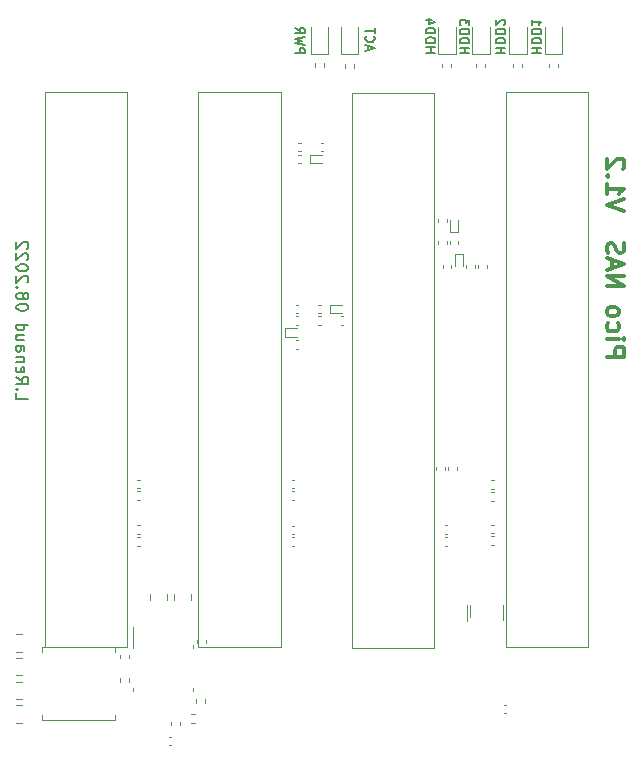
<source format=gbr>
%TF.GenerationSoftware,KiCad,Pcbnew,(6.0.4)*%
%TF.CreationDate,2022-08-11T23:06:16+02:00*%
%TF.ProjectId,MainBoard,4d61696e-426f-4617-9264-2e6b69636164,rev?*%
%TF.SameCoordinates,PXa344e00PY7102aa0*%
%TF.FileFunction,Legend,Bot*%
%TF.FilePolarity,Positive*%
%FSLAX46Y46*%
G04 Gerber Fmt 4.6, Leading zero omitted, Abs format (unit mm)*
G04 Created by KiCad (PCBNEW (6.0.4)) date 2022-08-11 23:06:16*
%MOMM*%
%LPD*%
G01*
G04 APERTURE LIST*
%ADD10C,0.150000*%
%ADD11C,0.300000*%
%ADD12C,0.120000*%
G04 APERTURE END LIST*
D10*
X1847619Y37757143D02*
X1847619Y37280953D01*
X2847619Y37280953D01*
X1942857Y38090477D02*
X1895238Y38138096D01*
X1847619Y38090477D01*
X1895238Y38042858D01*
X1942857Y38090477D01*
X1847619Y38090477D01*
X1847619Y39138096D02*
X2323809Y38804762D01*
X1847619Y38566667D02*
X2847619Y38566667D01*
X2847619Y38947620D01*
X2800000Y39042858D01*
X2752380Y39090477D01*
X2657142Y39138096D01*
X2514285Y39138096D01*
X2419047Y39090477D01*
X2371428Y39042858D01*
X2323809Y38947620D01*
X2323809Y38566667D01*
X1895238Y39947620D02*
X1847619Y39852381D01*
X1847619Y39661905D01*
X1895238Y39566667D01*
X1990476Y39519048D01*
X2371428Y39519048D01*
X2466666Y39566667D01*
X2514285Y39661905D01*
X2514285Y39852381D01*
X2466666Y39947620D01*
X2371428Y39995239D01*
X2276190Y39995239D01*
X2180952Y39519048D01*
X2514285Y40423810D02*
X1847619Y40423810D01*
X2419047Y40423810D02*
X2466666Y40471429D01*
X2514285Y40566667D01*
X2514285Y40709524D01*
X2466666Y40804762D01*
X2371428Y40852381D01*
X1847619Y40852381D01*
X1847619Y41757143D02*
X2371428Y41757143D01*
X2466666Y41709524D01*
X2514285Y41614286D01*
X2514285Y41423810D01*
X2466666Y41328572D01*
X1895238Y41757143D02*
X1847619Y41661905D01*
X1847619Y41423810D01*
X1895238Y41328572D01*
X1990476Y41280953D01*
X2085714Y41280953D01*
X2180952Y41328572D01*
X2228571Y41423810D01*
X2228571Y41661905D01*
X2276190Y41757143D01*
X2514285Y42661905D02*
X1847619Y42661905D01*
X2514285Y42233334D02*
X1990476Y42233334D01*
X1895238Y42280953D01*
X1847619Y42376191D01*
X1847619Y42519048D01*
X1895238Y42614286D01*
X1942857Y42661905D01*
X1847619Y43566667D02*
X2847619Y43566667D01*
X1895238Y43566667D02*
X1847619Y43471429D01*
X1847619Y43280953D01*
X1895238Y43185715D01*
X1942857Y43138096D01*
X2038095Y43090477D01*
X2323809Y43090477D01*
X2419047Y43138096D01*
X2466666Y43185715D01*
X2514285Y43280953D01*
X2514285Y43471429D01*
X2466666Y43566667D01*
X2847619Y44995239D02*
X2847619Y45090477D01*
X2800000Y45185715D01*
X2752380Y45233334D01*
X2657142Y45280953D01*
X2466666Y45328572D01*
X2228571Y45328572D01*
X2038095Y45280953D01*
X1942857Y45233334D01*
X1895238Y45185715D01*
X1847619Y45090477D01*
X1847619Y44995239D01*
X1895238Y44900000D01*
X1942857Y44852381D01*
X2038095Y44804762D01*
X2228571Y44757143D01*
X2466666Y44757143D01*
X2657142Y44804762D01*
X2752380Y44852381D01*
X2800000Y44900000D01*
X2847619Y44995239D01*
X2419047Y45900000D02*
X2466666Y45804762D01*
X2514285Y45757143D01*
X2609523Y45709524D01*
X2657142Y45709524D01*
X2752380Y45757143D01*
X2800000Y45804762D01*
X2847619Y45900000D01*
X2847619Y46090477D01*
X2800000Y46185715D01*
X2752380Y46233334D01*
X2657142Y46280953D01*
X2609523Y46280953D01*
X2514285Y46233334D01*
X2466666Y46185715D01*
X2419047Y46090477D01*
X2419047Y45900000D01*
X2371428Y45804762D01*
X2323809Y45757143D01*
X2228571Y45709524D01*
X2038095Y45709524D01*
X1942857Y45757143D01*
X1895238Y45804762D01*
X1847619Y45900000D01*
X1847619Y46090477D01*
X1895238Y46185715D01*
X1942857Y46233334D01*
X2038095Y46280953D01*
X2228571Y46280953D01*
X2323809Y46233334D01*
X2371428Y46185715D01*
X2419047Y46090477D01*
X1942857Y46709524D02*
X1895238Y46757143D01*
X1847619Y46709524D01*
X1895238Y46661905D01*
X1942857Y46709524D01*
X1847619Y46709524D01*
X2752380Y47138096D02*
X2800000Y47185715D01*
X2847619Y47280953D01*
X2847619Y47519048D01*
X2800000Y47614286D01*
X2752380Y47661905D01*
X2657142Y47709524D01*
X2561904Y47709524D01*
X2419047Y47661905D01*
X1847619Y47090477D01*
X1847619Y47709524D01*
X2847619Y48328572D02*
X2847619Y48423810D01*
X2800000Y48519048D01*
X2752380Y48566667D01*
X2657142Y48614286D01*
X2466666Y48661905D01*
X2228571Y48661905D01*
X2038095Y48614286D01*
X1942857Y48566667D01*
X1895238Y48519048D01*
X1847619Y48423810D01*
X1847619Y48328572D01*
X1895238Y48233334D01*
X1942857Y48185715D01*
X2038095Y48138096D01*
X2228571Y48090477D01*
X2466666Y48090477D01*
X2657142Y48138096D01*
X2752380Y48185715D01*
X2800000Y48233334D01*
X2847619Y48328572D01*
X2752380Y49042858D02*
X2800000Y49090477D01*
X2847619Y49185715D01*
X2847619Y49423810D01*
X2800000Y49519048D01*
X2752380Y49566667D01*
X2657142Y49614286D01*
X2561904Y49614286D01*
X2419047Y49566667D01*
X1847619Y48995239D01*
X1847619Y49614286D01*
X2752380Y49995239D02*
X2800000Y50042858D01*
X2847619Y50138096D01*
X2847619Y50376191D01*
X2800000Y50471429D01*
X2752380Y50519048D01*
X2657142Y50566667D01*
X2561904Y50566667D01*
X2419047Y50519048D01*
X1847619Y49947620D01*
X1847619Y50566667D01*
X25438095Y66533334D02*
X26238095Y66533334D01*
X26238095Y66838096D01*
X26200000Y66914286D01*
X26161904Y66952381D01*
X26085714Y66990477D01*
X25971428Y66990477D01*
X25895238Y66952381D01*
X25857142Y66914286D01*
X25819047Y66838096D01*
X25819047Y66533334D01*
X26238095Y67257143D02*
X25438095Y67447620D01*
X26009523Y67600000D01*
X25438095Y67752381D01*
X26238095Y67942858D01*
X25438095Y68704762D02*
X25819047Y68438096D01*
X25438095Y68247620D02*
X26238095Y68247620D01*
X26238095Y68552381D01*
X26200000Y68628572D01*
X26161904Y68666667D01*
X26085714Y68704762D01*
X25971428Y68704762D01*
X25895238Y68666667D01*
X25857142Y68628572D01*
X25819047Y68552381D01*
X25819047Y68247620D01*
X36488095Y66590477D02*
X37288095Y66590477D01*
X36907142Y66590477D02*
X36907142Y67047620D01*
X36488095Y67047620D02*
X37288095Y67047620D01*
X36488095Y67428572D02*
X37288095Y67428572D01*
X37288095Y67619048D01*
X37250000Y67733334D01*
X37173809Y67809524D01*
X37097619Y67847620D01*
X36945238Y67885715D01*
X36830952Y67885715D01*
X36678571Y67847620D01*
X36602380Y67809524D01*
X36526190Y67733334D01*
X36488095Y67619048D01*
X36488095Y67428572D01*
X36488095Y68228572D02*
X37288095Y68228572D01*
X37288095Y68419048D01*
X37250000Y68533334D01*
X37173809Y68609524D01*
X37097619Y68647620D01*
X36945238Y68685715D01*
X36830952Y68685715D01*
X36678571Y68647620D01*
X36602380Y68609524D01*
X36526190Y68533334D01*
X36488095Y68419048D01*
X36488095Y68228572D01*
X37021428Y69371429D02*
X36488095Y69371429D01*
X37326190Y69180953D02*
X36754761Y68990477D01*
X36754761Y69485715D01*
X45488095Y66540477D02*
X46288095Y66540477D01*
X45907142Y66540477D02*
X45907142Y66997620D01*
X45488095Y66997620D02*
X46288095Y66997620D01*
X45488095Y67378572D02*
X46288095Y67378572D01*
X46288095Y67569048D01*
X46250000Y67683334D01*
X46173809Y67759524D01*
X46097619Y67797620D01*
X45945238Y67835715D01*
X45830952Y67835715D01*
X45678571Y67797620D01*
X45602380Y67759524D01*
X45526190Y67683334D01*
X45488095Y67569048D01*
X45488095Y67378572D01*
X45488095Y68178572D02*
X46288095Y68178572D01*
X46288095Y68369048D01*
X46250000Y68483334D01*
X46173809Y68559524D01*
X46097619Y68597620D01*
X45945238Y68635715D01*
X45830952Y68635715D01*
X45678571Y68597620D01*
X45602380Y68559524D01*
X45526190Y68483334D01*
X45488095Y68369048D01*
X45488095Y68178572D01*
X45488095Y69397620D02*
X45488095Y68940477D01*
X45488095Y69169048D02*
X46288095Y69169048D01*
X46173809Y69092858D01*
X46097619Y69016667D01*
X46059523Y68940477D01*
X31616666Y66804762D02*
X31616666Y67185715D01*
X31388095Y66728572D02*
X32188095Y66995239D01*
X31388095Y67261905D01*
X31464285Y67985715D02*
X31426190Y67947620D01*
X31388095Y67833334D01*
X31388095Y67757143D01*
X31426190Y67642858D01*
X31502380Y67566667D01*
X31578571Y67528572D01*
X31730952Y67490477D01*
X31845238Y67490477D01*
X31997619Y67528572D01*
X32073809Y67566667D01*
X32150000Y67642858D01*
X32188095Y67757143D01*
X32188095Y67833334D01*
X32150000Y67947620D01*
X32111904Y67985715D01*
X32188095Y68214286D02*
X32188095Y68671429D01*
X31388095Y68442858D02*
X32188095Y68442858D01*
X39388095Y66540477D02*
X40188095Y66540477D01*
X39807142Y66540477D02*
X39807142Y66997620D01*
X39388095Y66997620D02*
X40188095Y66997620D01*
X39388095Y67378572D02*
X40188095Y67378572D01*
X40188095Y67569048D01*
X40150000Y67683334D01*
X40073809Y67759524D01*
X39997619Y67797620D01*
X39845238Y67835715D01*
X39730952Y67835715D01*
X39578571Y67797620D01*
X39502380Y67759524D01*
X39426190Y67683334D01*
X39388095Y67569048D01*
X39388095Y67378572D01*
X39388095Y68178572D02*
X40188095Y68178572D01*
X40188095Y68369048D01*
X40150000Y68483334D01*
X40073809Y68559524D01*
X39997619Y68597620D01*
X39845238Y68635715D01*
X39730952Y68635715D01*
X39578571Y68597620D01*
X39502380Y68559524D01*
X39426190Y68483334D01*
X39388095Y68369048D01*
X39388095Y68178572D01*
X40188095Y68902381D02*
X40188095Y69397620D01*
X39883333Y69130953D01*
X39883333Y69245239D01*
X39845238Y69321429D01*
X39807142Y69359524D01*
X39730952Y69397620D01*
X39540476Y69397620D01*
X39464285Y69359524D01*
X39426190Y69321429D01*
X39388095Y69245239D01*
X39388095Y69016667D01*
X39426190Y68940477D01*
X39464285Y68902381D01*
D11*
X51821428Y40842858D02*
X53321428Y40842858D01*
X53321428Y41414286D01*
X53250000Y41557143D01*
X53178571Y41628572D01*
X53035714Y41700000D01*
X52821428Y41700000D01*
X52678571Y41628572D01*
X52607142Y41557143D01*
X52535714Y41414286D01*
X52535714Y40842858D01*
X51821428Y42342858D02*
X52821428Y42342858D01*
X53321428Y42342858D02*
X53250000Y42271429D01*
X53178571Y42342858D01*
X53250000Y42414286D01*
X53321428Y42342858D01*
X53178571Y42342858D01*
X51892857Y43700000D02*
X51821428Y43557143D01*
X51821428Y43271429D01*
X51892857Y43128572D01*
X51964285Y43057143D01*
X52107142Y42985715D01*
X52535714Y42985715D01*
X52678571Y43057143D01*
X52750000Y43128572D01*
X52821428Y43271429D01*
X52821428Y43557143D01*
X52750000Y43700000D01*
X51821428Y44557143D02*
X51892857Y44414286D01*
X51964285Y44342858D01*
X52107142Y44271429D01*
X52535714Y44271429D01*
X52678571Y44342858D01*
X52750000Y44414286D01*
X52821428Y44557143D01*
X52821428Y44771429D01*
X52750000Y44914286D01*
X52678571Y44985715D01*
X52535714Y45057143D01*
X52107142Y45057143D01*
X51964285Y44985715D01*
X51892857Y44914286D01*
X51821428Y44771429D01*
X51821428Y44557143D01*
X51821428Y46842858D02*
X53321428Y46842858D01*
X51821428Y47700000D01*
X53321428Y47700000D01*
X52250000Y48342858D02*
X52250000Y49057143D01*
X51821428Y48200000D02*
X53321428Y48700000D01*
X51821428Y49200000D01*
X51892857Y49628572D02*
X51821428Y49842858D01*
X51821428Y50200000D01*
X51892857Y50342858D01*
X51964285Y50414286D01*
X52107142Y50485715D01*
X52250000Y50485715D01*
X52392857Y50414286D01*
X52464285Y50342858D01*
X52535714Y50200000D01*
X52607142Y49914286D01*
X52678571Y49771429D01*
X52750000Y49700000D01*
X52892857Y49628572D01*
X53035714Y49628572D01*
X53178571Y49700000D01*
X53250000Y49771429D01*
X53321428Y49914286D01*
X53321428Y50271429D01*
X53250000Y50485715D01*
X53321428Y53200000D02*
X51821428Y53700000D01*
X53321428Y54200000D01*
X51821428Y55485715D02*
X51821428Y54628572D01*
X51821428Y55057143D02*
X53321428Y55057143D01*
X53107142Y54914286D01*
X52964285Y54771429D01*
X52892857Y54628572D01*
X51964285Y56128572D02*
X51892857Y56200000D01*
X51821428Y56128572D01*
X51892857Y56057143D01*
X51964285Y56128572D01*
X51821428Y56128572D01*
X53178571Y56771429D02*
X53250000Y56842858D01*
X53321428Y56985715D01*
X53321428Y57342858D01*
X53250000Y57485715D01*
X53178571Y57557143D01*
X53035714Y57628572D01*
X52892857Y57628572D01*
X52678571Y57557143D01*
X51821428Y56700000D01*
X51821428Y57628572D01*
D10*
X42438095Y66540477D02*
X43238095Y66540477D01*
X42857142Y66540477D02*
X42857142Y66997620D01*
X42438095Y66997620D02*
X43238095Y66997620D01*
X42438095Y67378572D02*
X43238095Y67378572D01*
X43238095Y67569048D01*
X43200000Y67683334D01*
X43123809Y67759524D01*
X43047619Y67797620D01*
X42895238Y67835715D01*
X42780952Y67835715D01*
X42628571Y67797620D01*
X42552380Y67759524D01*
X42476190Y67683334D01*
X42438095Y67569048D01*
X42438095Y67378572D01*
X42438095Y68178572D02*
X43238095Y68178572D01*
X43238095Y68369048D01*
X43200000Y68483334D01*
X43123809Y68559524D01*
X43047619Y68597620D01*
X42895238Y68635715D01*
X42780952Y68635715D01*
X42628571Y68597620D01*
X42552380Y68559524D01*
X42476190Y68483334D01*
X42438095Y68369048D01*
X42438095Y68178572D01*
X43161904Y68940477D02*
X43200000Y68978572D01*
X43238095Y69054762D01*
X43238095Y69245239D01*
X43200000Y69321429D01*
X43161904Y69359524D01*
X43085714Y69397620D01*
X43009523Y69397620D01*
X42895238Y69359524D01*
X42438095Y68902381D01*
X42438095Y69397620D01*
D12*
%TO.C,R8*%
X37920000Y65653641D02*
X37920000Y65346359D01*
X38680000Y65653641D02*
X38680000Y65346359D01*
%TO.C,U1*%
X43070000Y19840000D02*
X43070000Y18540000D01*
X40270000Y19840000D02*
X40270000Y18840000D01*
%TO.C,C41*%
X25907836Y57960000D02*
X25692164Y57960000D01*
X25907836Y57240000D02*
X25692164Y57240000D01*
%TO.C,R27*%
X30430000Y65296359D02*
X30430000Y65603641D01*
X29670000Y65296359D02*
X29670000Y65603641D01*
%TO.C,J2*%
X43255000Y16235000D02*
X50240000Y16235000D01*
X50240000Y16235000D02*
X50240000Y63225000D01*
X43255000Y63225000D02*
X43255000Y16235000D01*
X50240000Y63225000D02*
X43255000Y63225000D01*
%TO.C,C1*%
X43327836Y10640000D02*
X43112164Y10640000D01*
X43327836Y11360000D02*
X43112164Y11360000D01*
%TO.C,R6*%
X43920000Y65653641D02*
X43920000Y65346359D01*
X44680000Y65653641D02*
X44680000Y65346359D01*
%TO.C,C75*%
X14605000Y20761252D02*
X14605000Y20238748D01*
X13135000Y20761252D02*
X13135000Y20238748D01*
%TO.C,C76*%
X1808748Y11865000D02*
X2331252Y11865000D01*
X1808748Y13335000D02*
X2331252Y13335000D01*
%TO.C,C18*%
X42277836Y29660000D02*
X42062164Y29660000D01*
X42277836Y30380000D02*
X42062164Y30380000D01*
%TO.C,C17*%
X12062164Y29460000D02*
X12277836Y29460000D01*
X12062164Y28740000D02*
X12277836Y28740000D01*
%TO.C,C10*%
X12062164Y25840000D02*
X12277836Y25840000D01*
X12062164Y26560000D02*
X12277836Y26560000D01*
%TO.C,R21*%
X15680000Y9646359D02*
X15680000Y9953641D01*
X14920000Y9646359D02*
X14920000Y9953641D01*
%TO.C,C56*%
X27607836Y45260000D02*
X27392164Y45260000D01*
X27607836Y44540000D02*
X27392164Y44540000D01*
%TO.C,C16*%
X25162164Y28740000D02*
X25377836Y28740000D01*
X25162164Y29460000D02*
X25377836Y29460000D01*
%TO.C,C20*%
X25162164Y29720000D02*
X25377836Y29720000D01*
X25162164Y30440000D02*
X25377836Y30440000D01*
%TO.C,C8*%
X38120164Y26594000D02*
X38335836Y26594000D01*
X38120164Y25874000D02*
X38335836Y25874000D01*
%TO.C,D1*%
X48035000Y68800000D02*
X48035000Y66515000D01*
X48035000Y66515000D02*
X46565000Y66515000D01*
X46565000Y66515000D02*
X46565000Y68800000D01*
%TO.C,D2*%
X43565000Y66515000D02*
X43565000Y68800000D01*
X45035000Y66515000D02*
X43565000Y66515000D01*
X45035000Y68800000D02*
X45035000Y66515000D01*
%TO.C,C21*%
X12062164Y29720000D02*
X12277836Y29720000D01*
X12062164Y30440000D02*
X12277836Y30440000D01*
%TO.C,C5*%
X25162164Y25560000D02*
X25377836Y25560000D01*
X25162164Y24840000D02*
X25377836Y24840000D01*
%TO.C,C77*%
X14724164Y7966000D02*
X14939836Y7966000D01*
X14724164Y8686000D02*
X14939836Y8686000D01*
%TO.C,R22*%
X16928641Y10630000D02*
X16621359Y10630000D01*
X16928641Y9870000D02*
X16621359Y9870000D01*
%TO.C,C48*%
X24584000Y42540000D02*
X24584000Y43260000D01*
X24584000Y42540000D02*
X25600000Y42540000D01*
X24584000Y43260000D02*
X25600000Y43260000D01*
%TO.C,R5*%
X47680000Y65653641D02*
X47680000Y65346359D01*
X46920000Y65653641D02*
X46920000Y65346359D01*
%TO.C,R23*%
X17060000Y11863641D02*
X17060000Y11556359D01*
X17820000Y11863641D02*
X17820000Y11556359D01*
%TO.C,C4*%
X38100164Y24858000D02*
X38315836Y24858000D01*
X38100164Y25578000D02*
X38315836Y25578000D01*
%TO.C,C66*%
X10640000Y15587836D02*
X10640000Y15372164D01*
X11360000Y15587836D02*
X11360000Y15372164D01*
%TO.C,R20*%
X10620000Y13633641D02*
X10620000Y13326359D01*
X11380000Y13633641D02*
X11380000Y13326359D01*
%TO.C,D11*%
X28235000Y68800000D02*
X28235000Y66515000D01*
X26765000Y66515000D02*
X26765000Y68800000D01*
X28235000Y66515000D02*
X26765000Y66515000D01*
%TO.C,C59*%
X25492164Y41540000D02*
X25707836Y41540000D01*
X25492164Y42260000D02*
X25707836Y42260000D01*
%TO.C,L1*%
X10200000Y16300000D02*
X10200000Y15850000D01*
X10200000Y10100000D02*
X10200000Y10550000D01*
X4000000Y16300000D02*
X4000000Y15850000D01*
X10200000Y16300000D02*
X4000000Y16300000D01*
X4000000Y10100000D02*
X10200000Y10100000D01*
X4000000Y10100000D02*
X4000000Y10550000D01*
%TO.C,C6*%
X12062164Y24840000D02*
X12277836Y24840000D01*
X12062164Y25560000D02*
X12277836Y25560000D01*
%TO.C,C34*%
X39940000Y48607836D02*
X39940000Y48392164D01*
X40660000Y48607836D02*
X40660000Y48392164D01*
%TO.C,C39*%
X41660000Y48607836D02*
X41660000Y48392164D01*
X40940000Y48607836D02*
X40940000Y48392164D01*
%TO.C,C38*%
X38540000Y50607836D02*
X38540000Y50392164D01*
X39260000Y50607836D02*
X39260000Y50392164D01*
%TO.C,D3*%
X41905000Y68800000D02*
X41905000Y66515000D01*
X41905000Y66515000D02*
X40435000Y66515000D01*
X40435000Y66515000D02*
X40435000Y68800000D01*
%TO.C,C71*%
X1808748Y15335000D02*
X2331252Y15335000D01*
X1808748Y13865000D02*
X2331252Y13865000D01*
%TO.C,D4*%
X37565000Y66515000D02*
X37565000Y68800000D01*
X39035000Y66515000D02*
X37565000Y66515000D01*
X39035000Y68800000D02*
X39035000Y66515000D01*
%TO.C,C9*%
X25162164Y26540000D02*
X25377836Y26540000D01*
X25162164Y25820000D02*
X25377836Y25820000D01*
%TO.C,C57*%
X25492164Y43540000D02*
X25707836Y43540000D01*
X25492164Y44260000D02*
X25707836Y44260000D01*
%TO.C,C14*%
X42277836Y29360000D02*
X42062164Y29360000D01*
X42277836Y28640000D02*
X42062164Y28640000D01*
%TO.C,J3*%
X37240000Y63215000D02*
X30255000Y63215000D01*
X30255000Y16225000D02*
X37240000Y16225000D01*
X37240000Y16225000D02*
X37240000Y63215000D01*
X30255000Y63215000D02*
X30255000Y16225000D01*
%TO.C,U2*%
X37220000Y19800000D02*
X37220000Y18800000D01*
X40020000Y19800000D02*
X40020000Y18500000D01*
%TO.C,C47*%
X28384000Y44540000D02*
X29400000Y44540000D01*
X28384000Y44540000D02*
X28384000Y45260000D01*
X28384000Y45260000D02*
X29400000Y45260000D01*
%TO.C,C19*%
X37410000Y31292164D02*
X37410000Y31507836D01*
X38130000Y31292164D02*
X38130000Y31507836D01*
%TO.C,C31*%
X27592164Y58240000D02*
X27807836Y58240000D01*
X27592164Y58960000D02*
X27807836Y58960000D01*
%TO.C,C29*%
X37940000Y48607836D02*
X37940000Y48392164D01*
X38660000Y48607836D02*
X38660000Y48392164D01*
%TO.C,C7*%
X42277836Y26640000D02*
X42062164Y26640000D01*
X42277836Y25920000D02*
X42062164Y25920000D01*
%TO.C,C58*%
X27607836Y44260000D02*
X27392164Y44260000D01*
X27607836Y43540000D02*
X27392164Y43540000D01*
%TO.C,D12*%
X30785000Y66515000D02*
X29315000Y66515000D01*
X30785000Y68800000D02*
X30785000Y66515000D01*
X29315000Y66515000D02*
X29315000Y68800000D01*
%TO.C,U7*%
X11690000Y16190584D02*
X11690000Y17930000D01*
X11690000Y12769416D02*
X11690000Y12530000D01*
X16810000Y16190584D02*
X16810000Y16430000D01*
X16810000Y12769416D02*
X16810000Y12530000D01*
%TO.C,C28*%
X37540000Y52292164D02*
X37540000Y52507836D01*
X38260000Y52292164D02*
X38260000Y52507836D01*
%TO.C,C70*%
X16635000Y20761252D02*
X16635000Y20238748D01*
X15165000Y20761252D02*
X15165000Y20238748D01*
%TO.C,C68*%
X1808748Y17335000D02*
X2331252Y17335000D01*
X1808748Y15865000D02*
X2331252Y15865000D01*
%TO.C,J4*%
X17255000Y16235000D02*
X24240000Y16235000D01*
X24240000Y63225000D02*
X17255000Y63225000D01*
X24240000Y16235000D02*
X24240000Y63225000D01*
X17255000Y63225000D02*
X17255000Y16235000D01*
%TO.C,C15*%
X39130000Y31292164D02*
X39130000Y31507836D01*
X38410000Y31292164D02*
X38410000Y31507836D01*
%TO.C,C26*%
X26684000Y57240000D02*
X27700000Y57240000D01*
X26684000Y57240000D02*
X26684000Y57960000D01*
X26684000Y57960000D02*
X27700000Y57960000D01*
%TO.C,C52*%
X29292164Y43540000D02*
X29507836Y43540000D01*
X29292164Y44260000D02*
X29507836Y44260000D01*
%TO.C,C3*%
X42277836Y25660000D02*
X42062164Y25660000D01*
X42277836Y24940000D02*
X42062164Y24940000D01*
%TO.C,C53*%
X25492164Y44540000D02*
X25707836Y44540000D01*
X25492164Y45260000D02*
X25707836Y45260000D01*
%TO.C,R7*%
X41550000Y65653641D02*
X41550000Y65346359D01*
X40790000Y65653641D02*
X40790000Y65346359D01*
%TO.C,C69*%
X17140000Y16622164D02*
X17140000Y16837836D01*
X17860000Y16622164D02*
X17860000Y16837836D01*
%TO.C,C36*%
X25907836Y58960000D02*
X25692164Y58960000D01*
X25907836Y58240000D02*
X25692164Y58240000D01*
%TO.C,C33*%
X38260000Y50607836D02*
X38260000Y50392164D01*
X37540000Y50607836D02*
X37540000Y50392164D01*
%TO.C,C73*%
X1808748Y11335000D02*
X2331252Y11335000D01*
X1808748Y9865000D02*
X2331252Y9865000D01*
%TO.C,R9*%
X27880000Y65396359D02*
X27880000Y65703641D01*
X27120000Y65396359D02*
X27120000Y65703641D01*
%TO.C,J5*%
X4245000Y16235000D02*
X11230000Y16235000D01*
X11230000Y16235000D02*
X11230000Y63225000D01*
X4245000Y63225000D02*
X4245000Y16235000D01*
X11230000Y63225000D02*
X4245000Y63225000D01*
%TO.C,C24*%
X39660000Y49516000D02*
X39660000Y48500000D01*
X38940000Y49516000D02*
X39660000Y49516000D01*
X38940000Y49516000D02*
X38940000Y48500000D01*
%TO.C,C23*%
X39260000Y51384000D02*
X39260000Y52400000D01*
X39260000Y51384000D02*
X38540000Y51384000D01*
X38540000Y51384000D02*
X38540000Y52400000D01*
%TD*%
M02*

</source>
